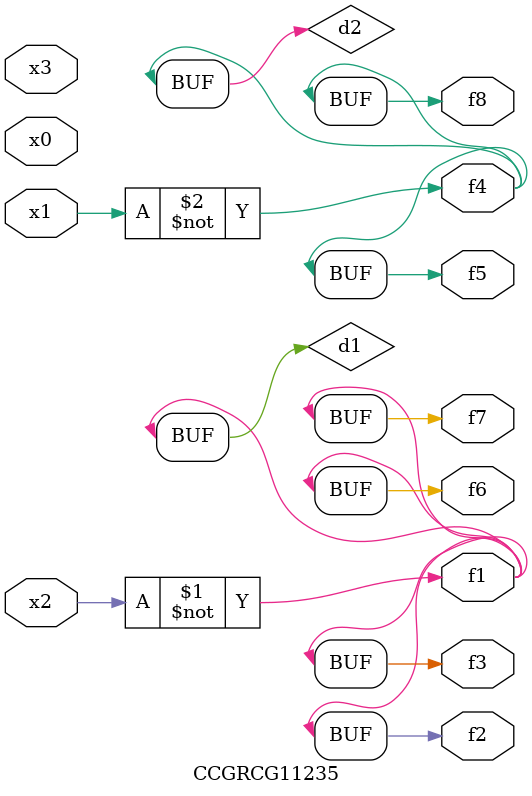
<source format=v>
module CCGRCG11235(
	input x0, x1, x2, x3,
	output f1, f2, f3, f4, f5, f6, f7, f8
);

	wire d1, d2;

	xnor (d1, x2);
	not (d2, x1);
	assign f1 = d1;
	assign f2 = d1;
	assign f3 = d1;
	assign f4 = d2;
	assign f5 = d2;
	assign f6 = d1;
	assign f7 = d1;
	assign f8 = d2;
endmodule

</source>
